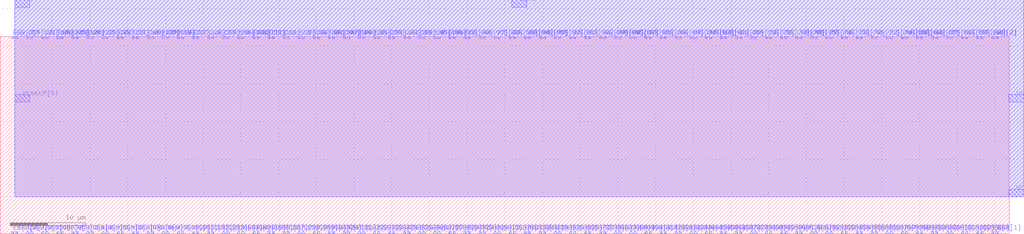
<source format=lef>
VERSION 5.7 ;
  NOWIREEXTENSIONATPIN ON ;
  DIVIDERCHAR "/" ;
  BUSBITCHARS "[]" ;
MACRO DAC2U128OUT4IN_PINS
CLASS BLOCK ;
  FOREIGN DAC2U128OUT4IN_PINS ;
  ORIGIN 1.900 4.910 ;
  SIZE 133.800 BY 26.190 ;
PIN ON[64]
    PORT
      LAYER Metal2 ;
        RECT 128.130 20.990 128.420 21.280 ;
    END
  END ON[64]
PIN ONB[64]
    PORT
      LAYER Metal2 ;
        RECT 127.580 20.990 127.870 21.280 ;
    END
  END ONB[64]
PIN ON[65]
    PORT
      LAYER Metal2 ;
        RECT 126.130 20.990 126.420 21.280 ;
    END
  END ON[65]
PIN ONB[65]
    PORT
      LAYER Metal2 ;
        RECT 125.580 20.990 125.870 21.280 ;
    END
  END ONB[65]
PIN ON[66]
    PORT
      LAYER Metal2 ;
        RECT 124.130 20.990 124.420 21.280 ;
    END
  END ON[66]
PIN ONB[66]
    PORT
      LAYER Metal2 ;
        RECT 123.580 20.990 123.870 21.280 ;
    END
  END ONB[66]
PIN ON[67]
    PORT
      LAYER Metal2 ;
        RECT 122.130 20.990 122.420 21.280 ;
    END
  END ON[67]
PIN ONB[67]
    PORT
      LAYER Metal2 ;
        RECT 121.580 20.990 121.870 21.280 ;
    END
  END ONB[67]
PIN ON[68]
    PORT
      LAYER Metal2 ;
        RECT 120.130 20.990 120.420 21.280 ;
    END
  END ON[68]
PIN ONB[68]
    PORT
      LAYER Metal2 ;
        RECT 119.580 20.990 119.870 21.280 ;
    END
  END ONB[68]
PIN ON[69]
    PORT
      LAYER Metal2 ;
        RECT 118.130 20.990 118.420 21.280 ;
    END
  END ON[69]
PIN ONB[69]
    PORT
      LAYER Metal2 ;
        RECT 117.580 20.990 117.870 21.280 ;
    END
  END ONB[69]
PIN ON[70]
    PORT
      LAYER Metal2 ;
        RECT 116.130 20.990 116.420 21.280 ;
    END
  END ON[70]
PIN ONB[70]
    PORT
      LAYER Metal2 ;
        RECT 115.580 20.990 115.870 21.280 ;
    END
  END ONB[70]
PIN ON[71]
    PORT
      LAYER Metal2 ;
        RECT 114.130 20.990 114.420 21.280 ;
    END
  END ON[71]
PIN ONB[71]
    PORT
      LAYER Metal2 ;
        RECT 113.580 20.990 113.870 21.280 ;
    END
  END ONB[71]
PIN ON[72]
    PORT
      LAYER Metal2 ;
        RECT 112.130 20.990 112.420 21.280 ;
    END
  END ON[72]
PIN ONB[72]
    PORT
      LAYER Metal2 ;
        RECT 111.580 20.990 111.870 21.280 ;
    END
  END ONB[72]
PIN ON[73]
    PORT
      LAYER Metal2 ;
        RECT 110.130 20.990 110.420 21.280 ;
    END
  END ON[73]
PIN ONB[73]
    PORT
      LAYER Metal2 ;
        RECT 109.580 20.990 109.870 21.280 ;
    END
  END ONB[73]
PIN ON[74]
    PORT
      LAYER Metal2 ;
        RECT 108.130 20.990 108.420 21.280 ;
    END
  END ON[74]
PIN ONB[74]
    PORT
      LAYER Metal2 ;
        RECT 107.580 20.990 107.870 21.280 ;
    END
  END ONB[74]
PIN ON[75]
    PORT
      LAYER Metal2 ;
        RECT 106.130 20.990 106.420 21.280 ;
    END
  END ON[75]
PIN ONB[75]
    PORT
      LAYER Metal2 ;
        RECT 105.580 20.990 105.870 21.280 ;
    END
  END ONB[75]
PIN ON[76]
    PORT
      LAYER Metal2 ;
        RECT 104.130 20.990 104.420 21.280 ;
    END
  END ON[76]
PIN ONB[76]
    PORT
      LAYER Metal2 ;
        RECT 103.580 20.990 103.870 21.280 ;
    END
  END ONB[76]
PIN ON[77]
    PORT
      LAYER Metal2 ;
        RECT 102.130 20.990 102.420 21.280 ;
    END
  END ON[77]
PIN ONB[77]
    PORT
      LAYER Metal2 ;
        RECT 101.580 20.990 101.870 21.280 ;
    END
  END ONB[77]
PIN ON[78]
    PORT
      LAYER Metal2 ;
        RECT 100.130 20.990 100.420 21.280 ;
    END
  END ON[78]
PIN ONB[78]
    PORT
      LAYER Metal2 ;
        RECT 99.580 20.990 99.870 21.280 ;
    END
  END ONB[78]
PIN ON[79]
    PORT
      LAYER Metal2 ;
        RECT 98.130 20.990 98.420 21.280 ;
    END
  END ON[79]
PIN ONB[79]
    PORT
      LAYER Metal2 ;
        RECT 97.580 20.990 97.870 21.280 ;
    END
  END ONB[79]
PIN ON[80]
    PORT
      LAYER Metal2 ;
        RECT 96.130 20.990 96.420 21.280 ;
    END
  END ON[80]
PIN ONB[80]
    PORT
      LAYER Metal2 ;
        RECT 95.580 20.990 95.870 21.280 ;
    END
  END ONB[80]
PIN ON[81]
    PORT
      LAYER Metal2 ;
        RECT 94.130 20.990 94.420 21.280 ;
    END
  END ON[81]
PIN ONB[81]
    PORT
      LAYER Metal2 ;
        RECT 93.580 20.990 93.870 21.280 ;
    END
  END ONB[81]
PIN ON[82]
    PORT
      LAYER Metal2 ;
        RECT 92.130 20.990 92.420 21.280 ;
    END
  END ON[82]
PIN ONB[82]
    PORT
      LAYER Metal2 ;
        RECT 91.580 20.990 91.870 21.280 ;
    END
  END ONB[82]
PIN ON[83]
    PORT
      LAYER Metal2 ;
        RECT 90.130 20.990 90.420 21.280 ;
    END
  END ON[83]
PIN ONB[83]
    PORT
      LAYER Metal2 ;
        RECT 89.580 20.990 89.870 21.280 ;
    END
  END ONB[83]
PIN ON[84]
    PORT
      LAYER Metal2 ;
        RECT 88.130 20.990 88.420 21.280 ;
    END
  END ON[84]
PIN ONB[84]
    PORT
      LAYER Metal2 ;
        RECT 87.580 20.990 87.870 21.280 ;
    END
  END ONB[84]
PIN ON[85]
    PORT
      LAYER Metal2 ;
        RECT 86.130 20.990 86.420 21.280 ;
    END
  END ON[85]
PIN ONB[85]
    PORT
      LAYER Metal2 ;
        RECT 85.580 20.990 85.870 21.280 ;
    END
  END ONB[85]
PIN ON[86]
    PORT
      LAYER Metal2 ;
        RECT 84.130 20.990 84.420 21.280 ;
    END
  END ON[86]
PIN ONB[86]
    PORT
      LAYER Metal2 ;
        RECT 83.580 20.990 83.870 21.280 ;
    END
  END ONB[86]
PIN ON[87]
    PORT
      LAYER Metal2 ;
        RECT 82.130 20.990 82.420 21.280 ;
    END
  END ON[87]
PIN ONB[87]
    PORT
      LAYER Metal2 ;
        RECT 81.580 20.990 81.870 21.280 ;
    END
  END ONB[87]
PIN ON[88]
    PORT
      LAYER Metal2 ;
        RECT 80.130 20.990 80.420 21.280 ;
    END
  END ON[88]
PIN ONB[88]
    PORT
      LAYER Metal2 ;
        RECT 79.580 20.990 79.870 21.280 ;
    END
  END ONB[88]
PIN ON[89]
    PORT
      LAYER Metal2 ;
        RECT 78.130 20.990 78.420 21.280 ;
    END
  END ON[89]
PIN ONB[89]
    PORT
      LAYER Metal2 ;
        RECT 77.580 20.990 77.870 21.280 ;
    END
  END ONB[89]
PIN ON[90]
    PORT
      LAYER Metal2 ;
        RECT 76.130 20.990 76.420 21.280 ;
    END
  END ON[90]
PIN ONB[90]
    PORT
      LAYER Metal2 ;
        RECT 75.580 20.990 75.870 21.280 ;
    END
  END ONB[90]
PIN ON[91]
    PORT
      LAYER Metal2 ;
        RECT 74.130 20.990 74.420 21.280 ;
    END
  END ON[91]
PIN ONB[91]
    PORT
      LAYER Metal2 ;
        RECT 73.580 20.990 73.870 21.280 ;
    END
  END ONB[91]
PIN ON[92]
    PORT
      LAYER Metal2 ;
        RECT 72.130 20.990 72.420 21.280 ;
    END
  END ON[92]
PIN ONB[92]
    PORT
      LAYER Metal2 ;
        RECT 71.580 20.990 71.870 21.280 ;
    END
  END ONB[92]
PIN ON[93]
    PORT
      LAYER Metal2 ;
        RECT 70.130 20.990 70.420 21.280 ;
    END
  END ON[93]
PIN ONB[93]
    PORT
      LAYER Metal2 ;
        RECT 69.580 20.990 69.870 21.280 ;
    END
  END ONB[93]
PIN ON[94]
    PORT
      LAYER Metal2 ;
        RECT 68.130 20.990 68.420 21.280 ;
    END
  END ON[94]
PIN ONB[94]
    PORT
      LAYER Metal2 ;
        RECT 67.580 20.990 67.870 21.280 ;
    END
  END ONB[94]
PIN ON[95]
    PORT
      LAYER Metal2 ;
        RECT 66.130 20.990 66.420 21.280 ;
    END
  END ON[95]
PIN ONB[95]
    PORT
      LAYER Metal2 ;
        RECT 65.580 20.990 65.870 21.280 ;
    END
  END ONB[95]
PIN EN[2]
    PORT
      LAYER Metal2 ;
        RECT 130.130 20.990 130.420 21.280 ;
    END
  END EN[2]
PIN ENB[2]
    PORT
      LAYER Metal2 ;
        RECT 129.580 20.990 129.870 21.280 ;
    END
  END ENB[2]
PIN ON[97]
    PORT
      LAYER Metal2 ;
        RECT 62.130 20.990 62.420 21.280 ;
    END
  END ON[97]
PIN ONB[97]
    PORT
      LAYER Metal2 ;
        RECT 61.580 20.990 61.870 21.280 ;
    END
  END ONB[97]
PIN ON[98]
    PORT
      LAYER Metal2 ;
        RECT 60.130 20.990 60.420 21.280 ;
    END
  END ON[98]
PIN ONB[98]
    PORT
      LAYER Metal2 ;
        RECT 59.580 20.990 59.870 21.280 ;
    END
  END ONB[98]
PIN ON[99]
    PORT
      LAYER Metal2 ;
        RECT 58.130 20.990 58.420 21.280 ;
    END
  END ON[99]
PIN ONB[99]
    PORT
      LAYER Metal2 ;
        RECT 57.580 20.990 57.870 21.280 ;
    END
  END ONB[99]
PIN ON[100]
    PORT
      LAYER Metal2 ;
        RECT 56.130 20.990 56.420 21.280 ;
    END
  END ON[100]
PIN ONB[100]
    PORT
      LAYER Metal2 ;
        RECT 55.580 20.990 55.870 21.280 ;
    END
  END ONB[100]
PIN ON[101]
    PORT
      LAYER Metal2 ;
        RECT 54.130 20.990 54.420 21.280 ;
    END
  END ON[101]
PIN ONB[101]
    PORT
      LAYER Metal2 ;
        RECT 53.580 20.990 53.870 21.280 ;
    END
  END ONB[101]
PIN ON[102]
    PORT
      LAYER Metal2 ;
        RECT 52.130 20.990 52.420 21.280 ;
    END
  END ON[102]
PIN ONB[102]
    PORT
      LAYER Metal2 ;
        RECT 51.580 20.990 51.870 21.280 ;
    END
  END ONB[102]
PIN ON[103]
    PORT
      LAYER Metal2 ;
        RECT 50.130 20.990 50.420 21.280 ;
    END
  END ON[103]
PIN ONB[103]
    PORT
      LAYER Metal2 ;
        RECT 49.580 20.990 49.870 21.280 ;
    END
  END ONB[103]
PIN ON[104]
    PORT
      LAYER Metal2 ;
        RECT 48.130 20.990 48.420 21.280 ;
    END
  END ON[104]
PIN ONB[104]
    PORT
      LAYER Metal2 ;
        RECT 47.580 20.990 47.870 21.280 ;
    END
  END ONB[104]
PIN ON[105]
    PORT
      LAYER Metal2 ;
        RECT 46.130 20.990 46.420 21.280 ;
    END
  END ON[105]
PIN ONB[105]
    PORT
      LAYER Metal2 ;
        RECT 45.580 20.990 45.870 21.280 ;
    END
  END ONB[105]
PIN ON[106]
    PORT
      LAYER Metal2 ;
        RECT 44.130 20.990 44.420 21.280 ;
    END
  END ON[106]
PIN ONB[106]
    PORT
      LAYER Metal2 ;
        RECT 43.580 20.990 43.870 21.280 ;
    END
  END ONB[106]
PIN ON[107]
    PORT
      LAYER Metal2 ;
        RECT 42.130 20.990 42.420 21.280 ;
    END
  END ON[107]
PIN ONB[107]
    PORT
      LAYER Metal2 ;
        RECT 41.580 20.990 41.870 21.280 ;
    END
  END ONB[107]
PIN ON[108]
    PORT
      LAYER Metal2 ;
        RECT 40.130 20.990 40.420 21.280 ;
    END
  END ON[108]
PIN ONB[108]
    PORT
      LAYER Metal2 ;
        RECT 39.580 20.990 39.870 21.280 ;
    END
  END ONB[108]
PIN ON[109]
    PORT
      LAYER Metal2 ;
        RECT 38.130 20.990 38.420 21.280 ;
    END
  END ON[109]
PIN ONB[109]
    PORT
      LAYER Metal2 ;
        RECT 37.580 20.990 37.870 21.280 ;
    END
  END ONB[109]
PIN ON[110]
    PORT
      LAYER Metal2 ;
        RECT 36.130 20.990 36.420 21.280 ;
    END
  END ON[110]
PIN ONB[110]
    PORT
      LAYER Metal2 ;
        RECT 35.580 20.990 35.870 21.280 ;
    END
  END ONB[110]
PIN ON[111]
    PORT
      LAYER Metal2 ;
        RECT 34.130 20.990 34.420 21.280 ;
    END
  END ON[111]
PIN ONB[111]
    PORT
      LAYER Metal2 ;
        RECT 33.580 20.990 33.870 21.280 ;
    END
  END ONB[111]
PIN ON[112]
    PORT
      LAYER Metal2 ;
        RECT 32.130 20.990 32.420 21.280 ;
    END
  END ON[112]
PIN ONB[112]
    PORT
      LAYER Metal2 ;
        RECT 31.580 20.990 31.870 21.280 ;
    END
  END ONB[112]
PIN ON[113]
    PORT
      LAYER Metal2 ;
        RECT 30.130 20.990 30.420 21.280 ;
    END
  END ON[113]
PIN ONB[113]
    PORT
      LAYER Metal2 ;
        RECT 29.580 20.990 29.870 21.280 ;
    END
  END ONB[113]
PIN ON[114]
    PORT
      LAYER Metal2 ;
        RECT 28.130 20.990 28.420 21.280 ;
    END
  END ON[114]
PIN ONB[114]
    PORT
      LAYER Metal2 ;
        RECT 27.580 20.990 27.870 21.280 ;
    END
  END ONB[114]
PIN ON[115]
    PORT
      LAYER Metal2 ;
        RECT 26.130 20.990 26.420 21.280 ;
    END
  END ON[115]
PIN ONB[115]
    PORT
      LAYER Metal2 ;
        RECT 25.580 20.990 25.870 21.280 ;
    END
  END ONB[115]
PIN ON[116]
    PORT
      LAYER Metal2 ;
        RECT 24.130 20.990 24.420 21.280 ;
    END
  END ON[116]
PIN ONB[116]
    PORT
      LAYER Metal2 ;
        RECT 23.580 20.990 23.870 21.280 ;
    END
  END ONB[116]
PIN ON[117]
    PORT
      LAYER Metal2 ;
        RECT 22.130 20.990 22.420 21.280 ;
    END
  END ON[117]
PIN ONB[117]
    PORT
      LAYER Metal2 ;
        RECT 21.580 20.990 21.870 21.280 ;
    END
  END ONB[117]
PIN ON[118]
    PORT
      LAYER Metal2 ;
        RECT 20.130 20.990 20.420 21.280 ;
    END
  END ON[118]
PIN ONB[118]
    PORT
      LAYER Metal2 ;
        RECT 19.580 20.990 19.870 21.280 ;
    END
  END ONB[118]
PIN ON[119]
    PORT
      LAYER Metal2 ;
        RECT 18.130 20.990 18.420 21.280 ;
    END
  END ON[119]
PIN ONB[119]
    PORT
      LAYER Metal2 ;
        RECT 17.580 20.990 17.870 21.280 ;
    END
  END ONB[119]
PIN ON[120]
    PORT
      LAYER Metal2 ;
        RECT 16.130 20.990 16.420 21.280 ;
    END
  END ON[120]
PIN ONB[120]
    PORT
      LAYER Metal2 ;
        RECT 15.580 20.990 15.870 21.280 ;
    END
  END ONB[120]
PIN ON[121]
    PORT
      LAYER Metal2 ;
        RECT 14.130 20.990 14.420 21.280 ;
    END
  END ON[121]
PIN ONB[121]
    PORT
      LAYER Metal2 ;
        RECT 13.580 20.990 13.870 21.280 ;
    END
  END ONB[121]
PIN ON[122]
    PORT
      LAYER Metal2 ;
        RECT 12.130 20.990 12.420 21.280 ;
    END
  END ON[122]
PIN ONB[122]
    PORT
      LAYER Metal2 ;
        RECT 11.580 20.990 11.870 21.280 ;
    END
  END ONB[122]
PIN ON[123]
    PORT
      LAYER Metal2 ;
        RECT 10.130 20.990 10.420 21.280 ;
    END
  END ON[123]
PIN ONB[123]
    PORT
      LAYER Metal2 ;
        RECT 9.580 20.990 9.870 21.280 ;
    END
  END ONB[123]
PIN ON[124]
    PORT
      LAYER Metal2 ;
        RECT 8.130 20.990 8.420 21.280 ;
    END
  END ON[124]
PIN ONB[124]
    PORT
      LAYER Metal2 ;
        RECT 7.580 20.990 7.870 21.280 ;
    END
  END ONB[124]
PIN ON[125]
    PORT
      LAYER Metal2 ;
        RECT 6.130 20.990 6.420 21.280 ;
    END
  END ON[125]
PIN ONB[125]
    PORT
      LAYER Metal2 ;
        RECT 5.580 20.990 5.870 21.280 ;
    END
  END ONB[125]
PIN ON[126]
    PORT
      LAYER Metal2 ;
        RECT 4.130 20.990 4.420 21.280 ;
    END
  END ON[126]
PIN ONB[126]
    PORT
      LAYER Metal2 ;
        RECT 3.580 20.990 3.870 21.280 ;
    END
  END ONB[126]
PIN ON[127]
    PORT
      LAYER Metal2 ;
        RECT 2.130 20.990 2.420 21.280 ;
    END
  END ON[127]
PIN ONB[127]
    PORT
      LAYER Metal2 ;
        RECT 1.580 20.990 1.870 21.280 ;
    END
  END ONB[127]
PIN ON[96]
    PORT
      LAYER Metal2 ;
        RECT 64.130 20.990 64.420 21.280 ;
    END
  END ON[96]
PIN ONB[96]
    PORT
      LAYER Metal2 ;
        RECT 63.580 20.990 63.870 21.280 ;
    END
  END ONB[96]
PIN EN[3]
    PORT
      LAYER Metal2 ;
        RECT 0.130 20.990 0.420 21.280 ;
    END
  END EN[3]
PIN ENB[3]
    PORT
      LAYER Metal2 ;
        RECT -0.420 20.990 -0.130 21.280 ;
    END
  END ENB[3]
PIN ON[0]
    PORT
      LAYER Metal2 ;
        RECT 1.580 -4.910 1.870 -4.620 ;
    END
  END ON[0]
PIN ONB[0]
    PORT
      LAYER Metal2 ;
        RECT 2.130 -4.910 2.420 -4.620 ;
    END
  END ONB[0]
PIN ON[1]
    PORT
      LAYER Metal2 ;
        RECT 3.580 -4.910 3.870 -4.620 ;
    END
  END ON[1]
PIN ONB[1]
    PORT
      LAYER Metal2 ;
        RECT 4.130 -4.910 4.420 -4.620 ;
    END
  END ONB[1]
PIN ON[2]
    PORT
      LAYER Metal2 ;
        RECT 5.580 -4.910 5.870 -4.620 ;
    END
  END ON[2]
PIN ONB[2]
    PORT
      LAYER Metal2 ;
        RECT 6.130 -4.910 6.420 -4.620 ;
    END
  END ONB[2]
PIN ON[3]
    PORT
      LAYER Metal2 ;
        RECT 7.580 -4.910 7.870 -4.620 ;
    END
  END ON[3]
PIN ONB[3]
    PORT
      LAYER Metal2 ;
        RECT 8.130 -4.910 8.420 -4.620 ;
    END
  END ONB[3]
PIN ON[4]
    PORT
      LAYER Metal2 ;
        RECT 9.580 -4.910 9.870 -4.620 ;
    END
  END ON[4]
PIN ONB[4]
    PORT
      LAYER Metal2 ;
        RECT 10.130 -4.910 10.420 -4.620 ;
    END
  END ONB[4]
PIN ON[5]
    PORT
      LAYER Metal2 ;
        RECT 11.580 -4.910 11.870 -4.620 ;
    END
  END ON[5]
PIN ONB[5]
    PORT
      LAYER Metal2 ;
        RECT 12.130 -4.910 12.420 -4.620 ;
    END
  END ONB[5]
PIN ON[6]
    PORT
      LAYER Metal2 ;
        RECT 13.580 -4.910 13.870 -4.620 ;
    END
  END ON[6]
PIN ONB[6]
    PORT
      LAYER Metal2 ;
        RECT 14.130 -4.910 14.420 -4.620 ;
    END
  END ONB[6]
PIN ON[7]
    PORT
      LAYER Metal2 ;
        RECT 15.580 -4.910 15.870 -4.620 ;
    END
  END ON[7]
PIN ONB[7]
    PORT
      LAYER Metal2 ;
        RECT 16.130 -4.910 16.420 -4.620 ;
    END
  END ONB[7]
PIN ON[8]
    PORT
      LAYER Metal2 ;
        RECT 17.580 -4.910 17.870 -4.620 ;
    END
  END ON[8]
PIN ONB[8]
    PORT
      LAYER Metal2 ;
        RECT 18.130 -4.910 18.420 -4.620 ;
    END
  END ONB[8]
PIN ON[9]
    PORT
      LAYER Metal2 ;
        RECT 19.580 -4.910 19.870 -4.620 ;
    END
  END ON[9]
PIN ONB[9]
    PORT
      LAYER Metal2 ;
        RECT 20.130 -4.910 20.420 -4.620 ;
    END
  END ONB[9]
PIN ON[10]
    PORT
      LAYER Metal2 ;
        RECT 21.580 -4.910 21.870 -4.620 ;
    END
  END ON[10]
PIN ONB[10]
    PORT
      LAYER Metal2 ;
        RECT 22.130 -4.910 22.420 -4.620 ;
    END
  END ONB[10]
PIN ON[11]
    PORT
      LAYER Metal2 ;
        RECT 23.580 -4.910 23.870 -4.620 ;
    END
  END ON[11]
PIN ONB[11]
    PORT
      LAYER Metal2 ;
        RECT 24.130 -4.910 24.420 -4.620 ;
    END
  END ONB[11]
PIN ON[12]
    PORT
      LAYER Metal2 ;
        RECT 25.580 -4.910 25.870 -4.620 ;
    END
  END ON[12]
PIN ONB[12]
    PORT
      LAYER Metal2 ;
        RECT 26.130 -4.910 26.420 -4.620 ;
    END
  END ONB[12]
PIN ON[13]
    PORT
      LAYER Metal2 ;
        RECT 27.580 -4.910 27.870 -4.620 ;
    END
  END ON[13]
PIN ONB[13]
    PORT
      LAYER Metal2 ;
        RECT 28.130 -4.910 28.420 -4.620 ;
    END
  END ONB[13]
PIN ON[14]
    PORT
      LAYER Metal2 ;
        RECT 29.580 -4.910 29.870 -4.620 ;
    END
  END ON[14]
PIN ONB[14]
    PORT
      LAYER Metal2 ;
        RECT 30.130 -4.910 30.420 -4.620 ;
    END
  END ONB[14]
PIN ON[15]
    PORT
      LAYER Metal2 ;
        RECT 31.580 -4.910 31.870 -4.620 ;
    END
  END ON[15]
PIN ONB[15]
    PORT
      LAYER Metal2 ;
        RECT 32.130 -4.910 32.420 -4.620 ;
    END
  END ONB[15]
PIN ON[16]
    PORT
      LAYER Metal2 ;
        RECT 33.580 -4.910 33.870 -4.620 ;
    END
  END ON[16]
PIN ONB[16]
    PORT
      LAYER Metal2 ;
        RECT 34.130 -4.910 34.420 -4.620 ;
    END
  END ONB[16]
PIN ON[17]
    PORT
      LAYER Metal2 ;
        RECT 35.580 -4.910 35.870 -4.620 ;
    END
  END ON[17]
PIN ONB[17]
    PORT
      LAYER Metal2 ;
        RECT 36.130 -4.910 36.420 -4.620 ;
    END
  END ONB[17]
PIN ON[18]
    PORT
      LAYER Metal2 ;
        RECT 37.580 -4.910 37.870 -4.620 ;
    END
  END ON[18]
PIN ONB[18]
    PORT
      LAYER Metal2 ;
        RECT 38.130 -4.910 38.420 -4.620 ;
    END
  END ONB[18]
PIN ON[19]
    PORT
      LAYER Metal2 ;
        RECT 39.580 -4.910 39.870 -4.620 ;
    END
  END ON[19]
PIN ONB[19]
    PORT
      LAYER Metal2 ;
        RECT 40.130 -4.910 40.420 -4.620 ;
    END
  END ONB[19]
PIN ON[20]
    PORT
      LAYER Metal2 ;
        RECT 41.580 -4.910 41.870 -4.620 ;
    END
  END ON[20]
PIN ONB[20]
    PORT
      LAYER Metal2 ;
        RECT 42.130 -4.910 42.420 -4.620 ;
    END
  END ONB[20]
PIN ON[21]
    PORT
      LAYER Metal2 ;
        RECT 43.580 -4.910 43.870 -4.620 ;
    END
  END ON[21]
PIN ONB[21]
    PORT
      LAYER Metal2 ;
        RECT 44.130 -4.910 44.420 -4.620 ;
    END
  END ONB[21]
PIN ON[22]
    PORT
      LAYER Metal2 ;
        RECT 45.580 -4.910 45.870 -4.620 ;
    END
  END ON[22]
PIN ONB[22]
    PORT
      LAYER Metal2 ;
        RECT 46.130 -4.910 46.420 -4.620 ;
    END
  END ONB[22]
PIN ON[23]
    PORT
      LAYER Metal2 ;
        RECT 47.580 -4.910 47.870 -4.620 ;
    END
  END ON[23]
PIN ONB[23]
    PORT
      LAYER Metal2 ;
        RECT 48.130 -4.910 48.420 -4.620 ;
    END
  END ONB[23]
PIN ON[24]
    PORT
      LAYER Metal2 ;
        RECT 49.580 -4.910 49.870 -4.620 ;
    END
  END ON[24]
PIN ONB[24]
    PORT
      LAYER Metal2 ;
        RECT 50.130 -4.910 50.420 -4.620 ;
    END
  END ONB[24]
PIN ON[25]
    PORT
      LAYER Metal2 ;
        RECT 51.580 -4.910 51.870 -4.620 ;
    END
  END ON[25]
PIN ONB[25]
    PORT
      LAYER Metal2 ;
        RECT 52.130 -4.910 52.420 -4.620 ;
    END
  END ONB[25]
PIN ON[26]
    PORT
      LAYER Metal2 ;
        RECT 53.580 -4.910 53.870 -4.620 ;
    END
  END ON[26]
PIN ONB[26]
    PORT
      LAYER Metal2 ;
        RECT 54.130 -4.910 54.420 -4.620 ;
    END
  END ONB[26]
PIN ON[27]
    PORT
      LAYER Metal2 ;
        RECT 55.580 -4.910 55.870 -4.620 ;
    END
  END ON[27]
PIN ONB[27]
    PORT
      LAYER Metal2 ;
        RECT 56.130 -4.910 56.420 -4.620 ;
    END
  END ONB[27]
PIN ON[28]
    PORT
      LAYER Metal2 ;
        RECT 57.580 -4.910 57.870 -4.620 ;
    END
  END ON[28]
PIN ONB[28]
    PORT
      LAYER Metal2 ;
        RECT 58.130 -4.910 58.420 -4.620 ;
    END
  END ONB[28]
PIN ON[29]
    PORT
      LAYER Metal2 ;
        RECT 59.580 -4.910 59.870 -4.620 ;
    END
  END ON[29]
PIN ONB[29]
    PORT
      LAYER Metal2 ;
        RECT 60.130 -4.910 60.420 -4.620 ;
    END
  END ONB[29]
PIN ON[30]
    PORT
      LAYER Metal2 ;
        RECT 61.580 -4.910 61.870 -4.620 ;
    END
  END ON[30]
PIN ONB[30]
    PORT
      LAYER Metal2 ;
        RECT 62.130 -4.910 62.420 -4.620 ;
    END
  END ONB[30]
PIN ON[31]
    PORT
      LAYER Metal2 ;
        RECT 63.580 -4.910 63.870 -4.620 ;
    END
  END ON[31]
PIN ONB[31]
    PORT
      LAYER Metal2 ;
        RECT 64.130 -4.910 64.420 -4.620 ;
    END
  END ONB[31]
PIN EN[0]
    PORT
      LAYER Metal2 ;
        RECT -0.420 -4.910 -0.130 -4.620 ;
    END
  END EN[0]
PIN ENB[0]
    PORT
      LAYER Metal2 ;
        RECT 0.130 -4.910 0.420 -4.620 ;
    END
  END ENB[0]
PIN ON[33]
    PORT
      LAYER Metal2 ;
        RECT 67.580 -4.910 67.870 -4.620 ;
    END
  END ON[33]
PIN ONB[33]
    PORT
      LAYER Metal2 ;
        RECT 68.130 -4.910 68.420 -4.620 ;
    END
  END ONB[33]
PIN ON[34]
    PORT
      LAYER Metal2 ;
        RECT 69.580 -4.910 69.870 -4.620 ;
    END
  END ON[34]
PIN ONB[34]
    PORT
      LAYER Metal2 ;
        RECT 70.130 -4.910 70.420 -4.620 ;
    END
  END ONB[34]
PIN ON[35]
    PORT
      LAYER Metal2 ;
        RECT 71.580 -4.910 71.870 -4.620 ;
    END
  END ON[35]
PIN ONB[35]
    PORT
      LAYER Metal2 ;
        RECT 72.130 -4.910 72.420 -4.620 ;
    END
  END ONB[35]
PIN ON[36]
    PORT
      LAYER Metal2 ;
        RECT 73.580 -4.910 73.870 -4.620 ;
    END
  END ON[36]
PIN ONB[36]
    PORT
      LAYER Metal2 ;
        RECT 74.130 -4.910 74.420 -4.620 ;
    END
  END ONB[36]
PIN ON[37]
    PORT
      LAYER Metal2 ;
        RECT 75.580 -4.910 75.870 -4.620 ;
    END
  END ON[37]
PIN ONB[37]
    PORT
      LAYER Metal2 ;
        RECT 76.130 -4.910 76.420 -4.620 ;
    END
  END ONB[37]
PIN ON[38]
    PORT
      LAYER Metal2 ;
        RECT 77.580 -4.910 77.870 -4.620 ;
    END
  END ON[38]
PIN ONB[38]
    PORT
      LAYER Metal2 ;
        RECT 78.130 -4.910 78.420 -4.620 ;
    END
  END ONB[38]
PIN ON[39]
    PORT
      LAYER Metal2 ;
        RECT 79.580 -4.910 79.870 -4.620 ;
    END
  END ON[39]
PIN ONB[39]
    PORT
      LAYER Metal2 ;
        RECT 80.130 -4.910 80.420 -4.620 ;
    END
  END ONB[39]
PIN ON[40]
    PORT
      LAYER Metal2 ;
        RECT 81.580 -4.910 81.870 -4.620 ;
    END
  END ON[40]
PIN ONB[40]
    PORT
      LAYER Metal2 ;
        RECT 82.130 -4.910 82.420 -4.620 ;
    END
  END ONB[40]
PIN ON[41]
    PORT
      LAYER Metal2 ;
        RECT 83.580 -4.910 83.870 -4.620 ;
    END
  END ON[41]
PIN ONB[41]
    PORT
      LAYER Metal2 ;
        RECT 84.130 -4.910 84.420 -4.620 ;
    END
  END ONB[41]
PIN ON[42]
    PORT
      LAYER Metal2 ;
        RECT 85.580 -4.910 85.870 -4.620 ;
    END
  END ON[42]
PIN ONB[42]
    PORT
      LAYER Metal2 ;
        RECT 86.130 -4.910 86.420 -4.620 ;
    END
  END ONB[42]
PIN ON[43]
    PORT
      LAYER Metal2 ;
        RECT 87.580 -4.910 87.870 -4.620 ;
    END
  END ON[43]
PIN ONB[43]
    PORT
      LAYER Metal2 ;
        RECT 88.130 -4.910 88.420 -4.620 ;
    END
  END ONB[43]
PIN ON[44]
    PORT
      LAYER Metal2 ;
        RECT 89.580 -4.910 89.870 -4.620 ;
    END
  END ON[44]
PIN ONB[44]
    PORT
      LAYER Metal2 ;
        RECT 90.130 -4.910 90.420 -4.620 ;
    END
  END ONB[44]
PIN ON[45]
    PORT
      LAYER Metal2 ;
        RECT 91.580 -4.910 91.870 -4.620 ;
    END
  END ON[45]
PIN ONB[45]
    PORT
      LAYER Metal2 ;
        RECT 92.130 -4.910 92.420 -4.620 ;
    END
  END ONB[45]
PIN ON[46]
    PORT
      LAYER Metal2 ;
        RECT 93.580 -4.910 93.870 -4.620 ;
    END
  END ON[46]
PIN ONB[46]
    PORT
      LAYER Metal2 ;
        RECT 94.130 -4.910 94.420 -4.620 ;
    END
  END ONB[46]
PIN ON[47]
    PORT
      LAYER Metal2 ;
        RECT 95.580 -4.910 95.870 -4.620 ;
    END
  END ON[47]
PIN ONB[47]
    PORT
      LAYER Metal2 ;
        RECT 96.130 -4.910 96.420 -4.620 ;
    END
  END ONB[47]
PIN ON[48]
    PORT
      LAYER Metal2 ;
        RECT 97.580 -4.910 97.870 -4.620 ;
    END
  END ON[48]
PIN ONB[48]
    PORT
      LAYER Metal2 ;
        RECT 98.130 -4.910 98.420 -4.620 ;
    END
  END ONB[48]
PIN ON[49]
    PORT
      LAYER Metal2 ;
        RECT 99.580 -4.910 99.870 -4.620 ;
    END
  END ON[49]
PIN ONB[49]
    PORT
      LAYER Metal2 ;
        RECT 100.130 -4.910 100.420 -4.620 ;
    END
  END ONB[49]
PIN ON[50]
    PORT
      LAYER Metal2 ;
        RECT 101.580 -4.910 101.870 -4.620 ;
    END
  END ON[50]
PIN ONB[50]
    PORT
      LAYER Metal2 ;
        RECT 102.130 -4.910 102.420 -4.620 ;
    END
  END ONB[50]
PIN ON[51]
    PORT
      LAYER Metal2 ;
        RECT 103.580 -4.910 103.870 -4.620 ;
    END
  END ON[51]
PIN ONB[51]
    PORT
      LAYER Metal2 ;
        RECT 104.130 -4.910 104.420 -4.620 ;
    END
  END ONB[51]
PIN ON[52]
    PORT
      LAYER Metal2 ;
        RECT 105.580 -4.910 105.870 -4.620 ;
    END
  END ON[52]
PIN ONB[52]
    PORT
      LAYER Metal2 ;
        RECT 106.130 -4.910 106.420 -4.620 ;
    END
  END ONB[52]
PIN ON[53]
    PORT
      LAYER Metal2 ;
        RECT 107.580 -4.910 107.870 -4.620 ;
    END
  END ON[53]
PIN ONB[53]
    PORT
      LAYER Metal2 ;
        RECT 108.130 -4.910 108.420 -4.620 ;
    END
  END ONB[53]
PIN ON[54]
    PORT
      LAYER Metal2 ;
        RECT 109.580 -4.910 109.870 -4.620 ;
    END
  END ON[54]
PIN ONB[54]
    PORT
      LAYER Metal2 ;
        RECT 110.130 -4.910 110.420 -4.620 ;
    END
  END ONB[54]
PIN ON[55]
    PORT
      LAYER Metal2 ;
        RECT 111.580 -4.910 111.870 -4.620 ;
    END
  END ON[55]
PIN ONB[55]
    PORT
      LAYER Metal2 ;
        RECT 112.130 -4.910 112.420 -4.620 ;
    END
  END ONB[55]
PIN ON[56]
    PORT
      LAYER Metal2 ;
        RECT 113.580 -4.910 113.870 -4.620 ;
    END
  END ON[56]
PIN ONB[56]
    PORT
      LAYER Metal2 ;
        RECT 114.130 -4.910 114.420 -4.620 ;
    END
  END ONB[56]
PIN ON[57]
    PORT
      LAYER Metal2 ;
        RECT 115.580 -4.910 115.870 -4.620 ;
    END
  END ON[57]
PIN ONB[57]
    PORT
      LAYER Metal2 ;
        RECT 116.130 -4.910 116.420 -4.620 ;
    END
  END ONB[57]
PIN ON[58]
    PORT
      LAYER Metal2 ;
        RECT 117.580 -4.910 117.870 -4.620 ;
    END
  END ON[58]
PIN ONB[58]
    PORT
      LAYER Metal2 ;
        RECT 118.130 -4.910 118.420 -4.620 ;
    END
  END ONB[58]
PIN ON[59]
    PORT
      LAYER Metal2 ;
        RECT 119.580 -4.910 119.870 -4.620 ;
    END
  END ON[59]
PIN ONB[59]
    PORT
      LAYER Metal2 ;
        RECT 120.130 -4.910 120.420 -4.620 ;
    END
  END ONB[59]
PIN ON[60]
    PORT
      LAYER Metal2 ;
        RECT 121.580 -4.910 121.870 -4.620 ;
    END
  END ON[60]
PIN ONB[60]
    PORT
      LAYER Metal2 ;
        RECT 122.130 -4.910 122.420 -4.620 ;
    END
  END ONB[60]
PIN ON[61]
    PORT
      LAYER Metal2 ;
        RECT 123.580 -4.910 123.870 -4.620 ;
    END
  END ON[61]
PIN ONB[61]
    PORT
      LAYER Metal2 ;
        RECT 124.130 -4.910 124.420 -4.620 ;
    END
  END ONB[61]
PIN ON[62]
    PORT
      LAYER Metal2 ;
        RECT 125.580 -4.910 125.870 -4.620 ;
    END
  END ON[62]
PIN ONB[62]
    PORT
      LAYER Metal2 ;
        RECT 126.130 -4.910 126.420 -4.620 ;
    END
  END ONB[62]
PIN ON[63]
    PORT
      LAYER Metal2 ;
        RECT 127.580 -4.910 127.870 -4.620 ;
    END
  END ON[63]
PIN ONB[63]
    PORT
      LAYER Metal2 ;
        RECT 128.130 -4.910 128.420 -4.620 ;
    END
  END ONB[63]
PIN ON[32]
    PORT
      LAYER Metal2 ;
        RECT 65.580 -4.910 65.870 -4.620 ;
    END
  END ON[32]
PIN ONB[32]
    PORT
      LAYER Metal2 ;
        RECT 66.130 -4.910 66.420 -4.620 ;
    END
  END ONB[32]
PIN EN[1]
    PORT
      LAYER Metal2 ;
        RECT 129.580 -4.910 129.870 -4.620 ;
    END
  END EN[1]
PIN ENB[1]
    PORT
      LAYER Metal2 ;
        RECT 130.130 -4.910 130.420 -4.620 ;
    END
  END ENB[1]
PIN VDD
    DIRECTION INOUT ;
    USE POWER ;
    PORT
      LAYER Metal2 ;
        RECT 0.000 25.190 2.000 26.190 ;
    END
  END VDD
  PIN VSS
    DIRECTION INOUT ;
    USE GROUND ;
    PORT
      LAYER Metal2 ;
        RECT 131.800 0.000 133.800 1.000 ;
    END
  END VSS
  PIN Iout
    DIRECTION INOUT ;
    USE SIGNAL ;
    PORT
      LAYER Metal2 ;
        RECT 65.900 25.190 67.900 26.190 ;
    END
  END Iout
  PIN VcascP[0]
    DIRECTION INOUT ;
    USE SIGNAL ;
    PORT
      LAYER Metal2 ;
        RECT 0.000 12.595 2.000 13.595 ;
    END
  END VcascP[0]
  PIN VcascP[1]
    DIRECTION INOUT ;
    USE SIGNAL ;
    PORT
      LAYER Metal2 ;
        RECT 131.800 12.595 133.800 13.595 ;
    END
  END VcascP[1]
OBS
    LAYER Metal1 ;
      RECT 0.000 0.000 133.800 26.190 ;
    LAYER Metal2 ;
      RECT 0.000 0.000 133.800 26.190 ;
    LAYER Metal3 ;
      RECT 0.000 0.000 133.800 26.190 ;
  END
END DAC2U128OUT4IN_PINS

</source>
